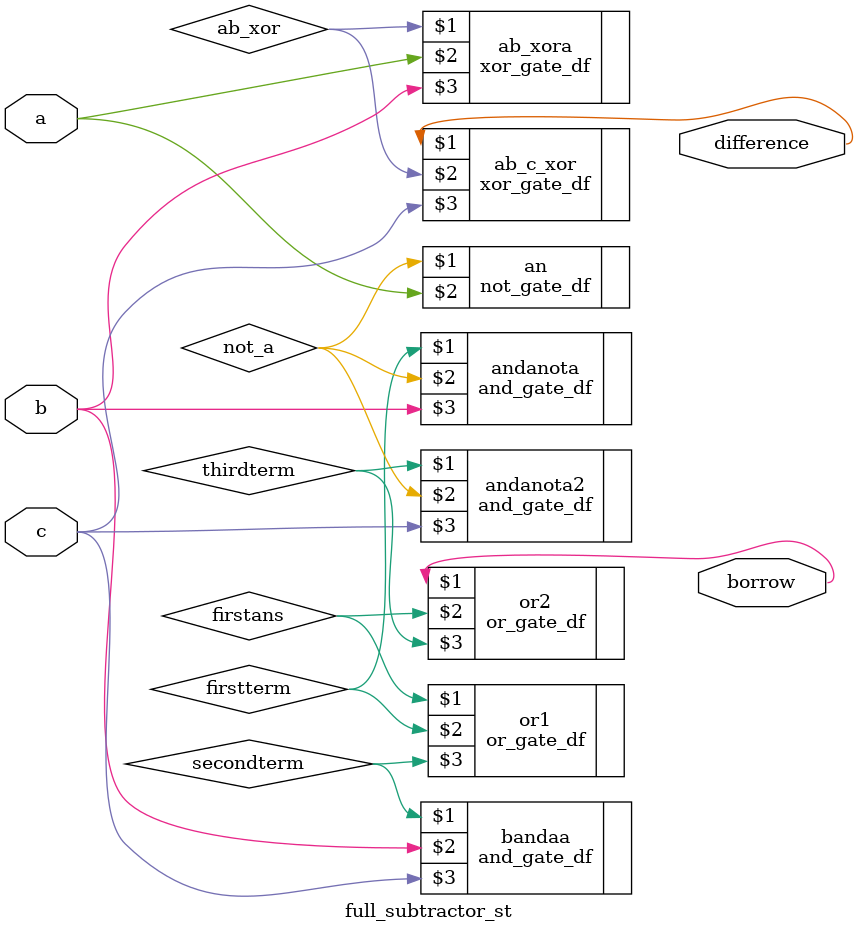
<source format=v>
`include "or_gate_df.v"
`include "and_gate_df.v"
`include "not_gate_df.v"
`include "xor_gate_df.v"

module full_subtractor_st(output difference, borrow,input a, b,c);
	wire ab_xor;
	wire not_a;
	wire firstterm;
	wire secondterm;
	wire thirdterm;
	wire firstans;
	
	xor_gate_df ab_xora(ab_xor,a,b);
	xor_gate_df ab_c_xor(difference,ab_xor,c);
	
	
	not_gate_df an(not_a,a);
	and_gate_df andanota(firstterm,not_a,b);
	and_gate_df bandaa(secondterm,b,c);
	and_gate_df andanota2(thirdterm,not_a,c);
	or_gate_df or1(firstans,firstterm,secondterm);
	or_gate_df or2(borrow,firstans,thirdterm);

	
	
	
endmodule
</source>
